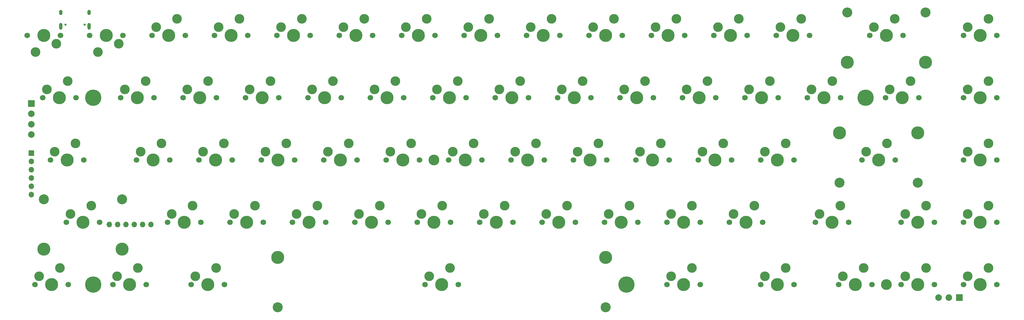
<source format=gbr>
%TF.GenerationSoftware,KiCad,Pcbnew,(5.99.0-2809-gaceed2b0a4)*%
%TF.CreationDate,2020-09-11T02:07:32-04:00*%
%TF.ProjectId,athene-pcb-f072,61746865-6e65-42d7-9063-622d66303732,rev?*%
%TF.SameCoordinates,Original*%
%TF.FileFunction,Soldermask,Top*%
%TF.FilePolarity,Negative*%
%FSLAX46Y46*%
G04 Gerber Fmt 4.6, Leading zero omitted, Abs format (unit mm)*
G04 Created by KiCad (PCBNEW (5.99.0-2809-gaceed2b0a4)) date 2020-09-11 02:07:32*
%MOMM*%
%LPD*%
G01*
G04 APERTURE LIST*
%ADD10O,1.700000X1.700000*%
%ADD11C,5.000000*%
%ADD12C,3.987800*%
%ADD13C,3.048000*%
%ADD14C,3.300000*%
%ADD15R,1.700000X1.700000*%
%ADD16C,3.980180*%
%ADD17C,1.700000*%
%ADD18C,2.950000*%
%ADD19C,0.650000*%
%ADD20O,1.000000X2.100000*%
%ADD21O,1.000000X1.600000*%
%ADD22R,1.998980X1.998980*%
%ADD23C,1.998980*%
G04 APERTURE END LIST*
D10*
%TO.C,J5*%
X45415200Y-83210400D03*
X47955200Y-83210400D03*
X50495200Y-83210400D03*
X53035200Y-83210400D03*
X55575200Y-83210400D03*
X58115200Y-83210400D03*
%TD*%
D11*
%TO.C,H4*%
X203200000Y-101600000D03*
%TD*%
D12*
%TO.C,ST_LSHIFT*%
X49244250Y-90805000D03*
D13*
X25368250Y-75565000D03*
D12*
X25368250Y-90805000D03*
D13*
X49244250Y-75565000D03*
%TD*%
%TO.C,ST_BKSP*%
X270637000Y-18415000D03*
D12*
X270637000Y-33655000D03*
D13*
X294513000Y-18415000D03*
D12*
X294513000Y-33655000D03*
%TD*%
D14*
%TO.C,H5*%
X282575000Y-101600000D03*
%TD*%
%TO.C,H3*%
X144462500Y-63500000D03*
%TD*%
D11*
%TO.C,H2*%
X40481250Y-101600000D03*
%TD*%
D12*
%TO.C,ST_ENTER*%
X292131750Y-55245000D03*
X268255750Y-55245000D03*
D13*
X292131750Y-70485000D03*
X268255750Y-70485000D03*
%TD*%
D11*
%TO.C,H1*%
X40481250Y-44450000D03*
%TD*%
D15*
%TO.C,J3*%
X21590000Y-61366400D03*
D10*
X21590000Y-63906400D03*
X21590000Y-66446400D03*
X21590000Y-68986400D03*
X21590000Y-71526400D03*
X21590000Y-74066400D03*
%TD*%
D11*
%TO.C,H6*%
X276225000Y-44454000D03*
%TD*%
D16*
%TO.C,K54*%
X220662500Y-82550000D03*
D17*
X215582500Y-82550000D03*
D18*
X223202500Y-77470000D03*
X216852500Y-80010000D03*
D17*
X225742500Y-82550000D03*
%TD*%
D19*
%TO.C,J1*%
X32035000Y-22062500D03*
X37815000Y-22062500D03*
D20*
X30605000Y-22592500D03*
D21*
X39245000Y-18412500D03*
X30605000Y-18412500D03*
D20*
X39245000Y-22592500D03*
%TD*%
D17*
%TO.C,K14*%
X287655000Y-25400000D03*
D18*
X278765000Y-22860000D03*
D16*
X282575000Y-25400000D03*
D17*
X277495000Y-25400000D03*
D18*
X285115000Y-20320000D03*
%TD*%
%TO.C,K58*%
X313690000Y-77470000D03*
X307340000Y-80010000D03*
D17*
X306070000Y-82550000D03*
D16*
X311150000Y-82550000D03*
D17*
X316230000Y-82550000D03*
%TD*%
D18*
%TO.C,K24*%
X183515000Y-41910000D03*
D17*
X192405000Y-44450000D03*
X182245000Y-44450000D03*
D18*
X189865000Y-39370000D03*
D16*
X187325000Y-44450000D03*
%TD*%
%TO.C,K51*%
X163512500Y-82550000D03*
D18*
X159702500Y-80010000D03*
D17*
X168592500Y-82550000D03*
D18*
X166052500Y-77470000D03*
D17*
X158432500Y-82550000D03*
%TD*%
D16*
%TO.C,K22*%
X149225000Y-44450000D03*
D18*
X145415000Y-41910000D03*
D17*
X154305000Y-44450000D03*
X144145000Y-44450000D03*
D18*
X151765000Y-39370000D03*
%TD*%
D17*
%TO.C,K59*%
X22701250Y-101600000D03*
D18*
X30321250Y-96520000D03*
D16*
X27781250Y-101600000D03*
D17*
X32861250Y-101600000D03*
D18*
X23971250Y-99060000D03*
%TD*%
D17*
%TO.C,K15*%
X306070000Y-25400000D03*
X316230000Y-25400000D03*
D18*
X307340000Y-22860000D03*
X313690000Y-20320000D03*
D16*
X311150000Y-25400000D03*
%TD*%
D18*
%TO.C,K6*%
X116840000Y-22860000D03*
D17*
X115570000Y-25400000D03*
D18*
X123190000Y-20320000D03*
D17*
X125730000Y-25400000D03*
D16*
X120650000Y-25400000D03*
%TD*%
%TO.C,K55*%
X239712500Y-82550000D03*
D17*
X234632500Y-82550000D03*
D18*
X235902500Y-80010000D03*
X242252500Y-77470000D03*
D17*
X244792500Y-82550000D03*
%TD*%
D18*
%TO.C,K9*%
X180340000Y-20320000D03*
D17*
X172720000Y-25400000D03*
D18*
X173990000Y-22860000D03*
D17*
X182880000Y-25400000D03*
D16*
X177800000Y-25400000D03*
%TD*%
D18*
%TO.C,K53*%
X204152500Y-77470000D03*
D16*
X201612500Y-82550000D03*
D18*
X197802500Y-80010000D03*
D17*
X206692500Y-82550000D03*
X196532500Y-82550000D03*
%TD*%
D18*
%TO.C,K31*%
X28733750Y-60960000D03*
D17*
X37623750Y-63500000D03*
D16*
X32543750Y-63500000D03*
D18*
X35083750Y-58420000D03*
D17*
X27463750Y-63500000D03*
%TD*%
D18*
%TO.C,K28*%
X259715000Y-41910000D03*
D17*
X258445000Y-44450000D03*
X268605000Y-44450000D03*
D16*
X263525000Y-44450000D03*
D18*
X266065000Y-39370000D03*
%TD*%
%TO.C,K30*%
X307340000Y-41910000D03*
D17*
X316230000Y-44450000D03*
D16*
X311150000Y-44450000D03*
D17*
X306070000Y-44450000D03*
D18*
X313690000Y-39370000D03*
%TD*%
D17*
%TO.C,K23*%
X173355000Y-44450000D03*
D16*
X168275000Y-44450000D03*
D18*
X164465000Y-41910000D03*
X170815000Y-39370000D03*
D17*
X163195000Y-44450000D03*
%TD*%
D22*
%TO.C,J2*%
X21590000Y-46228000D03*
D23*
X21590000Y-49403000D03*
X21590000Y-52578000D03*
X21590000Y-55753000D03*
%TD*%
D18*
%TO.C,K17*%
X50165000Y-41910000D03*
D17*
X48895000Y-44450000D03*
D18*
X56515000Y-39370000D03*
D16*
X53975000Y-44450000D03*
D17*
X59055000Y-44450000D03*
%TD*%
D16*
%TO.C,K26*%
X225425000Y-44450000D03*
D17*
X220345000Y-44450000D03*
X230505000Y-44450000D03*
D18*
X221615000Y-41910000D03*
X227965000Y-39370000D03*
%TD*%
D17*
%TO.C,K61*%
X70326250Y-101600000D03*
X80486250Y-101600000D03*
D16*
X75406250Y-101600000D03*
D18*
X71596250Y-99060000D03*
X77946250Y-96520000D03*
%TD*%
%TO.C,K5*%
X97790000Y-22860000D03*
D17*
X106680000Y-25400000D03*
X96520000Y-25400000D03*
D16*
X101600000Y-25400000D03*
D18*
X104140000Y-20320000D03*
%TD*%
D17*
%TO.C,K29*%
X292417500Y-44450000D03*
D18*
X283527500Y-41910000D03*
D17*
X282257500Y-44450000D03*
D16*
X287337500Y-44450000D03*
D18*
X289877500Y-39370000D03*
%TD*%
%TO.C,K47*%
X89852500Y-77470000D03*
X83502500Y-80010000D03*
D16*
X87312500Y-82550000D03*
D17*
X82232500Y-82550000D03*
X92392500Y-82550000D03*
%TD*%
%TO.C,K64*%
X254317500Y-101600000D03*
D18*
X245427500Y-99060000D03*
X251777500Y-96520000D03*
D17*
X244157500Y-101600000D03*
D16*
X249237500Y-101600000D03*
%TD*%
D18*
%TO.C,K2*%
X41910000Y-30480000D03*
D17*
X49530000Y-25400000D03*
X39370000Y-25400000D03*
D18*
X48260000Y-27940000D03*
D16*
X44450000Y-25400000D03*
%TD*%
%TO.C,K42*%
X249237500Y-63500000D03*
D17*
X254317500Y-63500000D03*
D18*
X245427500Y-60960000D03*
D17*
X244157500Y-63500000D03*
D18*
X251777500Y-58420000D03*
%TD*%
%TO.C,K38*%
X169227500Y-60960000D03*
D16*
X173037500Y-63500000D03*
D17*
X178117500Y-63500000D03*
D18*
X175577500Y-58420000D03*
D17*
X167957500Y-63500000D03*
%TD*%
%TO.C,K20*%
X106045000Y-44450000D03*
D16*
X111125000Y-44450000D03*
D18*
X113665000Y-39370000D03*
D17*
X116205000Y-44450000D03*
D18*
X107315000Y-41910000D03*
%TD*%
D17*
%TO.C,K52*%
X187642500Y-82550000D03*
X177482500Y-82550000D03*
D18*
X185102500Y-77470000D03*
D16*
X182562500Y-82550000D03*
D18*
X178752500Y-80010000D03*
%TD*%
D16*
%TO.C,K27*%
X244475000Y-44450000D03*
D18*
X240665000Y-41910000D03*
D17*
X249555000Y-44450000D03*
X239395000Y-44450000D03*
D18*
X247015000Y-39370000D03*
%TD*%
%TO.C,K4*%
X85090000Y-20320000D03*
D17*
X77470000Y-25400000D03*
D16*
X82550000Y-25400000D03*
D17*
X87630000Y-25400000D03*
D18*
X78740000Y-22860000D03*
%TD*%
D17*
%TO.C,K48*%
X111442500Y-82550000D03*
X101282500Y-82550000D03*
D18*
X102552500Y-80010000D03*
D16*
X106362500Y-82550000D03*
D18*
X108902500Y-77470000D03*
%TD*%
%TO.C,K49*%
X127952500Y-77470000D03*
D17*
X120332500Y-82550000D03*
D16*
X125412500Y-82550000D03*
D18*
X121602500Y-80010000D03*
D17*
X130492500Y-82550000D03*
%TD*%
%TO.C,K41*%
X235267500Y-63500000D03*
D16*
X230187500Y-63500000D03*
D18*
X226377500Y-60960000D03*
D17*
X225107500Y-63500000D03*
D18*
X232727500Y-58420000D03*
%TD*%
D17*
%TO.C,K33*%
X82867500Y-63500000D03*
D18*
X73977500Y-60960000D03*
X80327500Y-58420000D03*
D16*
X77787500Y-63500000D03*
D17*
X72707500Y-63500000D03*
%TD*%
%TO.C,K1*%
X20320000Y-25400000D03*
D18*
X29210000Y-27940000D03*
D16*
X25400000Y-25400000D03*
D17*
X30480000Y-25400000D03*
D18*
X22860000Y-30480000D03*
%TD*%
D12*
%TO.C,ST_SPACE*%
X96805750Y-93345000D03*
D13*
X196881750Y-108585000D03*
D12*
X196881750Y-93345000D03*
D13*
X96805750Y-108585000D03*
%TD*%
D18*
%TO.C,K32*%
X54927500Y-60960000D03*
D17*
X63817500Y-63500000D03*
X53657500Y-63500000D03*
D18*
X61277500Y-58420000D03*
D16*
X58737500Y-63500000D03*
%TD*%
D17*
%TO.C,K19*%
X86995000Y-44450000D03*
D16*
X92075000Y-44450000D03*
D18*
X94615000Y-39370000D03*
D17*
X97155000Y-44450000D03*
D18*
X88265000Y-41910000D03*
%TD*%
%TO.C,K18*%
X75565000Y-39370000D03*
D17*
X67945000Y-44450000D03*
D16*
X73025000Y-44450000D03*
D18*
X69215000Y-41910000D03*
D17*
X78105000Y-44450000D03*
%TD*%
D22*
%TO.C,J4*%
X304781962Y-105568750D03*
D23*
X301606962Y-105568750D03*
X298431962Y-105568750D03*
%TD*%
D18*
%TO.C,K25*%
X202565000Y-41910000D03*
D17*
X201295000Y-44450000D03*
D16*
X206375000Y-44450000D03*
D17*
X211455000Y-44450000D03*
D18*
X208915000Y-39370000D03*
%TD*%
%TO.C,K50*%
X147002500Y-77470000D03*
X140652500Y-80010000D03*
D16*
X144462500Y-82550000D03*
D17*
X139382500Y-82550000D03*
X149542500Y-82550000D03*
%TD*%
%TO.C,K45*%
X32226250Y-82550000D03*
D16*
X37306250Y-82550000D03*
D17*
X42386250Y-82550000D03*
D18*
X33496250Y-80010000D03*
X39846250Y-77470000D03*
%TD*%
%TO.C,K36*%
X137477500Y-58420000D03*
D17*
X140017500Y-63500000D03*
D18*
X131127500Y-60960000D03*
D17*
X129857500Y-63500000D03*
D16*
X134937500Y-63500000D03*
%TD*%
D18*
%TO.C,K39*%
X188277500Y-60960000D03*
D17*
X197167500Y-63500000D03*
X187007500Y-63500000D03*
D18*
X194627500Y-58420000D03*
D16*
X192087500Y-63500000D03*
%TD*%
D17*
%TO.C,K3*%
X68580000Y-25400000D03*
D16*
X63500000Y-25400000D03*
D17*
X58420000Y-25400000D03*
D18*
X59690000Y-22860000D03*
X66040000Y-20320000D03*
%TD*%
D17*
%TO.C,K37*%
X159067500Y-63500000D03*
X148907500Y-63500000D03*
D16*
X153987500Y-63500000D03*
D18*
X156527500Y-58420000D03*
X150177500Y-60960000D03*
%TD*%
D17*
%TO.C,K60*%
X56673750Y-101600000D03*
D18*
X54133750Y-96520000D03*
D16*
X51593750Y-101600000D03*
D17*
X46513750Y-101600000D03*
D18*
X47783750Y-99060000D03*
%TD*%
D17*
%TO.C,K40*%
X216217500Y-63500000D03*
D18*
X213677500Y-58420000D03*
D16*
X211137500Y-63500000D03*
D17*
X206057500Y-63500000D03*
D18*
X207327500Y-60960000D03*
%TD*%
%TO.C,K43*%
X276383750Y-60960000D03*
X282733750Y-58420000D03*
D16*
X280193750Y-63500000D03*
D17*
X275113750Y-63500000D03*
X285273750Y-63500000D03*
%TD*%
D18*
%TO.C,K10*%
X193040000Y-22860000D03*
X199390000Y-20320000D03*
D17*
X201930000Y-25400000D03*
X191770000Y-25400000D03*
D16*
X196850000Y-25400000D03*
%TD*%
D18*
%TO.C,K46*%
X64452500Y-80010000D03*
D17*
X73342500Y-82550000D03*
X63182500Y-82550000D03*
D16*
X68262500Y-82550000D03*
D18*
X70802500Y-77470000D03*
%TD*%
%TO.C,K56*%
X268446250Y-77470000D03*
D16*
X265906250Y-82550000D03*
D17*
X260826250Y-82550000D03*
D18*
X262096250Y-80010000D03*
D17*
X270986250Y-82550000D03*
%TD*%
%TO.C,K13*%
X259080000Y-25400000D03*
D18*
X256540000Y-20320000D03*
D17*
X248920000Y-25400000D03*
D16*
X254000000Y-25400000D03*
D18*
X250190000Y-22860000D03*
%TD*%
%TO.C,K34*%
X99377500Y-58420000D03*
D17*
X101917500Y-63500000D03*
X91757500Y-63500000D03*
D18*
X93027500Y-60960000D03*
D16*
X96837500Y-63500000D03*
%TD*%
D18*
%TO.C,K62*%
X143033750Y-99060000D03*
D17*
X141763750Y-101600000D03*
D16*
X146843750Y-101600000D03*
D17*
X151923750Y-101600000D03*
D18*
X149383750Y-96520000D03*
%TD*%
D17*
%TO.C,K35*%
X120967500Y-63500000D03*
X110807500Y-63500000D03*
D18*
X112077500Y-60960000D03*
D16*
X115887500Y-63500000D03*
D18*
X118427500Y-58420000D03*
%TD*%
D16*
%TO.C,K65*%
X273050000Y-101600000D03*
D18*
X269240000Y-99060000D03*
D17*
X267970000Y-101600000D03*
D18*
X275590000Y-96520000D03*
D17*
X278130000Y-101600000D03*
%TD*%
%TO.C,K63*%
X215582500Y-101600000D03*
X225742500Y-101600000D03*
D18*
X223202500Y-96520000D03*
X216852500Y-99060000D03*
D16*
X220662500Y-101600000D03*
%TD*%
%TO.C,K44*%
X311150000Y-63500000D03*
D18*
X307340000Y-60960000D03*
D17*
X306070000Y-63500000D03*
X316230000Y-63500000D03*
D18*
X313690000Y-58420000D03*
%TD*%
D17*
%TO.C,K16*%
X35242500Y-44450000D03*
D18*
X26352500Y-41910000D03*
D17*
X25082500Y-44450000D03*
D18*
X32702500Y-39370000D03*
D16*
X30162500Y-44450000D03*
%TD*%
D18*
%TO.C,K67*%
X313690000Y-96520000D03*
D16*
X311150000Y-101600000D03*
D17*
X306070000Y-101600000D03*
X316230000Y-101600000D03*
D18*
X307340000Y-99060000D03*
%TD*%
D17*
%TO.C,K57*%
X287020000Y-82550000D03*
D16*
X292100000Y-82550000D03*
D18*
X288290000Y-80010000D03*
D17*
X297180000Y-82550000D03*
D18*
X294640000Y-77470000D03*
%TD*%
D16*
%TO.C,K66*%
X292100000Y-101600000D03*
D18*
X288290000Y-99060000D03*
X294640000Y-96520000D03*
D17*
X297180000Y-101600000D03*
X287020000Y-101600000D03*
%TD*%
D16*
%TO.C,K11*%
X215900000Y-25400000D03*
D17*
X210820000Y-25400000D03*
D18*
X218440000Y-20320000D03*
X212090000Y-22860000D03*
D17*
X220980000Y-25400000D03*
%TD*%
%TO.C,K8*%
X153670000Y-25400000D03*
X163830000Y-25400000D03*
D18*
X161290000Y-20320000D03*
D16*
X158750000Y-25400000D03*
D18*
X154940000Y-22860000D03*
%TD*%
D16*
%TO.C,K7*%
X139700000Y-25400000D03*
D17*
X134620000Y-25400000D03*
D18*
X142240000Y-20320000D03*
X135890000Y-22860000D03*
D17*
X144780000Y-25400000D03*
%TD*%
%TO.C,K21*%
X135255000Y-44450000D03*
X125095000Y-44450000D03*
D18*
X126365000Y-41910000D03*
D16*
X130175000Y-44450000D03*
D18*
X132715000Y-39370000D03*
%TD*%
D17*
%TO.C,K12*%
X229870000Y-25400000D03*
D18*
X231140000Y-22860000D03*
X237490000Y-20320000D03*
D17*
X240030000Y-25400000D03*
D16*
X234950000Y-25400000D03*
%TD*%
M02*

</source>
